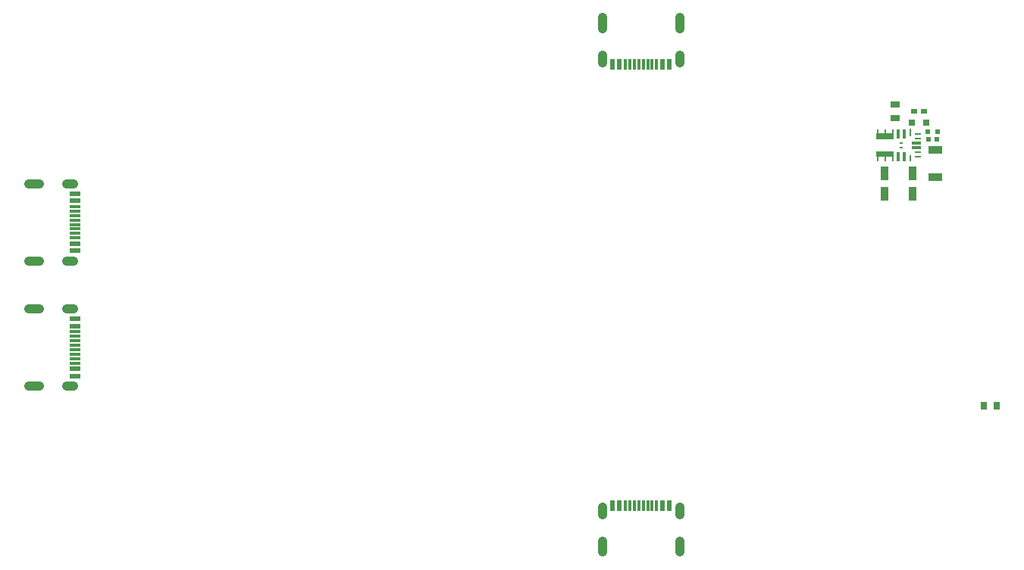
<source format=gbr>
G04 EAGLE Gerber RS-274X export*
G75*
%MOMM*%
%FSLAX34Y34*%
%LPD*%
%INSolderpaste Top*%
%IPPOS*%
%AMOC8*
5,1,8,0,0,1.08239X$1,22.5*%
G01*
%ADD10R,0.254000X0.812800*%
%ADD11R,0.304800X1.092200*%
%ADD12R,0.254000X0.508000*%
%ADD13R,0.254000X0.711200*%
%ADD14R,0.711200X0.254000*%
%ADD15R,1.092200X0.304800*%
%ADD16R,0.406400X0.254000*%
%ADD17R,0.855600X1.600000*%
%ADD18R,1.600000X0.855600*%
%ADD19R,0.660400X0.558800*%
%ADD20R,0.605600X0.500000*%
%ADD21R,0.508000X0.558800*%
%ADD22R,0.990600X0.711200*%
%ADD23R,0.755600X0.799997*%
%ADD24R,0.650000X0.900000*%
%ADD25R,0.609600X1.143000*%
%ADD26R,0.304800X1.143000*%
%ADD27C,0.990600*%
%ADD28R,1.143000X0.609600*%
%ADD29R,1.143000X0.304800*%

G36*
X1062472Y523055D02*
X1062472Y523055D01*
X1062474Y523054D01*
X1062517Y523074D01*
X1062561Y523092D01*
X1062561Y523094D01*
X1062563Y523095D01*
X1062596Y523180D01*
X1062596Y529020D01*
X1062595Y529022D01*
X1062596Y529024D01*
X1062576Y529067D01*
X1062558Y529111D01*
X1062556Y529111D01*
X1062555Y529113D01*
X1062470Y529146D01*
X1042930Y529146D01*
X1042928Y529145D01*
X1042926Y529146D01*
X1042883Y529126D01*
X1042839Y529108D01*
X1042839Y529106D01*
X1042837Y529105D01*
X1042804Y529020D01*
X1042804Y523180D01*
X1042805Y523178D01*
X1042804Y523176D01*
X1042824Y523133D01*
X1042842Y523089D01*
X1042844Y523089D01*
X1042845Y523087D01*
X1042930Y523054D01*
X1062470Y523054D01*
X1062472Y523055D01*
G37*
G36*
X1062472Y503055D02*
X1062472Y503055D01*
X1062474Y503054D01*
X1062517Y503074D01*
X1062561Y503092D01*
X1062561Y503094D01*
X1062563Y503095D01*
X1062596Y503180D01*
X1062596Y509020D01*
X1062595Y509022D01*
X1062596Y509024D01*
X1062576Y509067D01*
X1062558Y509111D01*
X1062556Y509111D01*
X1062555Y509113D01*
X1062470Y509146D01*
X1042930Y509146D01*
X1042928Y509145D01*
X1042926Y509146D01*
X1042883Y509126D01*
X1042839Y509108D01*
X1042839Y509106D01*
X1042837Y509105D01*
X1042804Y509020D01*
X1042804Y503180D01*
X1042805Y503178D01*
X1042804Y503176D01*
X1042824Y503133D01*
X1042842Y503089D01*
X1042844Y503089D01*
X1042845Y503087D01*
X1042930Y503054D01*
X1062470Y503054D01*
X1062472Y503055D01*
G37*
D10*
X1080700Y530040D03*
D11*
X1074200Y528640D03*
X1067700Y528640D03*
D12*
X1061200Y531560D03*
X1052700Y531560D03*
X1044200Y531560D03*
X1044200Y500640D03*
X1052700Y500640D03*
X1061200Y500640D03*
D11*
X1067700Y503560D03*
X1074200Y503560D03*
D13*
X1080700Y501660D03*
D14*
X1089640Y503600D03*
X1089640Y508600D03*
D15*
X1087740Y513600D03*
X1087740Y518600D03*
D14*
X1089640Y523600D03*
X1089640Y528600D03*
D16*
X1070950Y518600D03*
X1070950Y513600D03*
D17*
X1083018Y461490D03*
X1052462Y461490D03*
X1083018Y484350D03*
X1052462Y484350D03*
D18*
X1108380Y511058D03*
X1108380Y480502D03*
D19*
X1085139Y554200D03*
X1096061Y554200D03*
D20*
X1100312Y531340D03*
X1111368Y531340D03*
D21*
X1101141Y522450D03*
X1110539Y522450D03*
D22*
X1063930Y546707D03*
X1063930Y561693D03*
D23*
X1082822Y541500D03*
X1098378Y541500D03*
D24*
X1177250Y225000D03*
X1162750Y225000D03*
D25*
X748000Y113032D03*
X756000Y113032D03*
D26*
X767500Y113032D03*
X777500Y113032D03*
X782500Y113032D03*
X792500Y113032D03*
D25*
X804000Y113032D03*
X812000Y113032D03*
D26*
X797501Y113032D03*
X787501Y113032D03*
D27*
X736800Y73378D02*
X736800Y61186D01*
X823200Y61186D02*
X823200Y73378D01*
X736800Y103218D02*
X736800Y111346D01*
X823200Y111346D02*
X823200Y103218D01*
D26*
X772501Y113032D03*
X762501Y113032D03*
D25*
X812000Y606968D03*
X804000Y606968D03*
D26*
X792500Y606968D03*
X782500Y606968D03*
X777500Y606968D03*
X767500Y606968D03*
D25*
X756000Y606968D03*
X748000Y606968D03*
D26*
X762499Y606968D03*
X772499Y606968D03*
D27*
X823200Y646622D02*
X823200Y658814D01*
X736800Y658814D02*
X736800Y646622D01*
X823200Y616782D02*
X823200Y608654D01*
X736800Y608654D02*
X736800Y616782D01*
D26*
X787499Y606968D03*
X797499Y606968D03*
D28*
X148032Y462000D03*
X148032Y454000D03*
D29*
X148032Y442500D03*
X148032Y432500D03*
X148032Y427500D03*
X148032Y417500D03*
D28*
X148032Y406000D03*
X148032Y398000D03*
D29*
X148032Y412499D03*
X148032Y422499D03*
D27*
X108378Y473200D02*
X96186Y473200D01*
X96186Y386800D02*
X108378Y386800D01*
X138218Y473200D02*
X146346Y473200D01*
X146346Y386800D02*
X138218Y386800D01*
D29*
X148032Y437499D03*
X148032Y447499D03*
D28*
X148032Y322000D03*
X148032Y314000D03*
D29*
X148032Y302500D03*
X148032Y292500D03*
X148032Y287500D03*
X148032Y277500D03*
D28*
X148032Y266000D03*
X148032Y258000D03*
D29*
X148032Y272499D03*
X148032Y282499D03*
D27*
X108378Y333200D02*
X96186Y333200D01*
X96186Y246800D02*
X108378Y246800D01*
X138218Y333200D02*
X146346Y333200D01*
X146346Y246800D02*
X138218Y246800D01*
D29*
X148032Y297499D03*
X148032Y307499D03*
M02*

</source>
